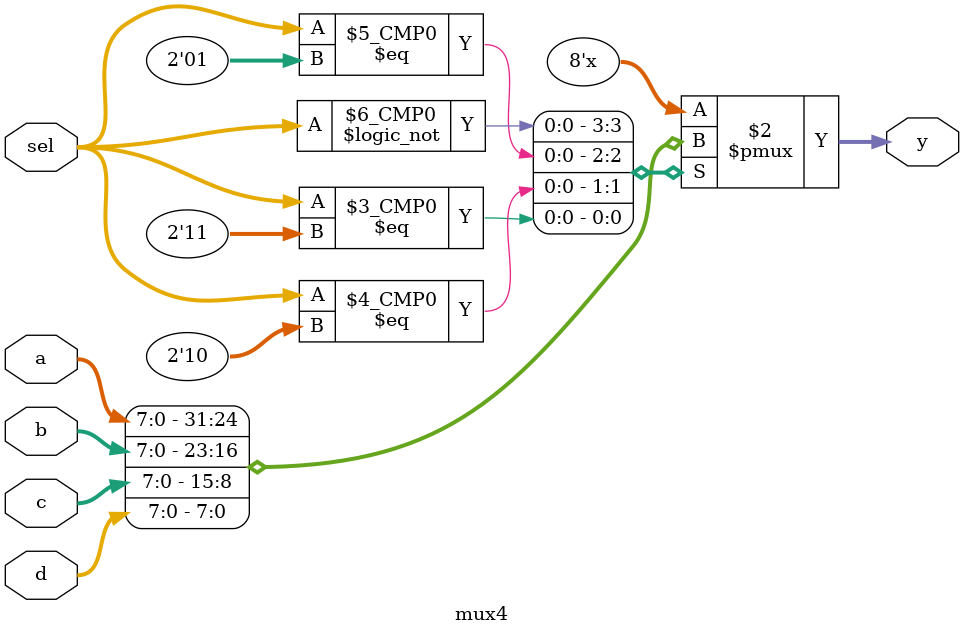
<source format=v>
`timescale 1ns / 1ps


module mux4 #(parameter WIDTH = 8) (
        input  wire [1:0]     sel,
        input  wire [WIDTH-1:0] a,
        input  wire [WIDTH-1:0] b,
        input  wire [WIDTH-1:0] c,
        input  wire [WIDTH-1:0] d, 
        output reg [WIDTH-1:0]  y
    );
    
    always @ (*)
    begin
        case (sel)
            2'b00: y <= a;
            2'b01: y <= b;
            2'b10: y <= c;
            2'b11: y <= d;
            default: y <= {WIDTH{1'bx}};
        endcase
//    assign y = (sel) ? b : a;
    end
    

endmodule
</source>
